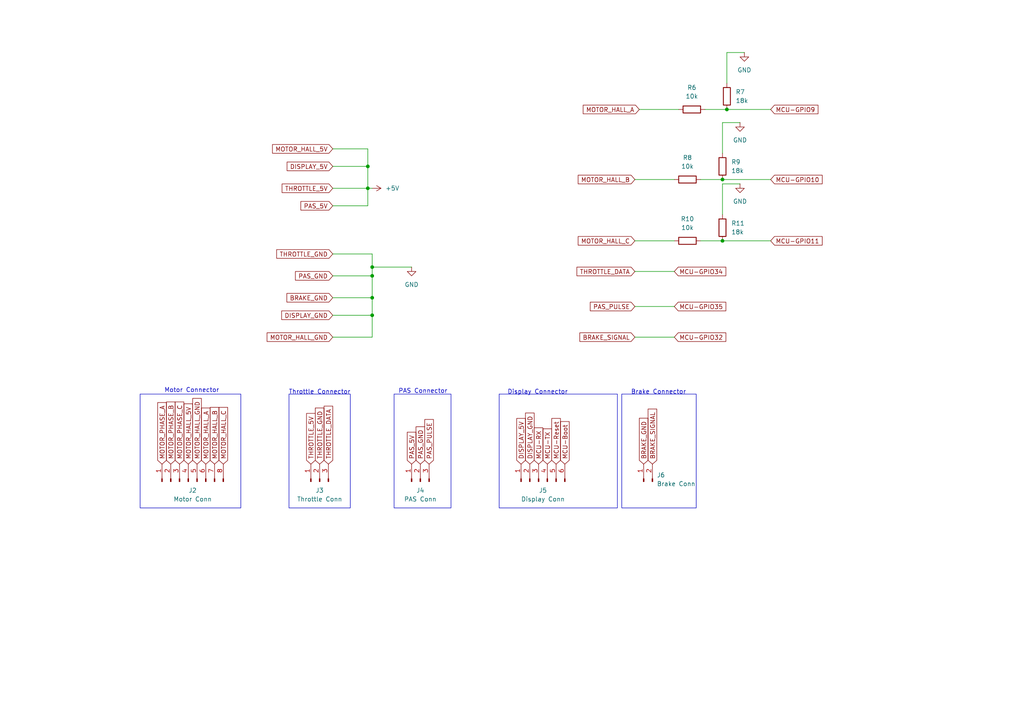
<source format=kicad_sch>
(kicad_sch (version 20250114) (generator "eeschema") (generator_version "9.0")
  (paper "A4")
  (title_block (title "BeanBike Controller Connectors") (date "2025-10-10") (rev "1") (company "Ginobeano"))
  (lib_symbols
    (symbol "Connector:Conn_01x02_Pin" (pin_names (offset 1.016) (hide yes))
      (property "Reference" "J" (at 0 2.54 0))
      (property "Value" "Conn_01x02_Pin" (at 0 -5.08 0))
      (symbol "Conn_01x02_Pin_1_1"
        (rectangle (start 0.8636 0.127) (end 0 -0.127) (stroke (width 0.1524)) (fill (type outline)))
        (rectangle (start 0.8636 -2.413) (end 0 -2.667) (stroke (width 0.1524)) (fill (type outline)))
        (polyline (pts (xy 1.27 0) (xy 0.8636 0)) (stroke (width 0.1524)))
        (polyline (pts (xy 1.27 -2.54) (xy 0.8636 -2.54)) (stroke (width 0.1524)))
        (pin passive line (at 5.08 0 180) (length 3.81) (name "Pin_1") (number "1"))
        (pin passive line (at 5.08 -2.54 180) (length 3.81) (name "Pin_2") (number "2"))
      )
    )
    (symbol "Connector:Conn_01x03_Pin" (pin_names (offset 1.016) (hide yes))
      (property "Reference" "J" (at 0 5.08 0))
      (property "Value" "Conn_01x03_Pin" (at 0 -5.08 0))
      (symbol "Conn_01x03_Pin_1_1"
        (rectangle (start 0.8636 2.667) (end 0 2.413) (stroke (width 0.1524)) (fill (type outline)))
        (rectangle (start 0.8636 0.127) (end 0 -0.127) (stroke (width 0.1524)) (fill (type outline)))
        (rectangle (start 0.8636 -2.413) (end 0 -2.667) (stroke (width 0.1524)) (fill (type outline)))
        (polyline (pts (xy 1.27 2.54) (xy 0.8636 2.54)) (stroke (width 0.1524)))
        (polyline (pts (xy 1.27 0) (xy 0.8636 0)) (stroke (width 0.1524)))
        (polyline (pts (xy 1.27 -2.54) (xy 0.8636 -2.54)) (stroke (width 0.1524)))
        (pin passive line (at 5.08 2.54 180) (length 3.81) (name "Pin_1") (number "1"))
        (pin passive line (at 5.08 0 180) (length 3.81) (name "Pin_2") (number "2"))
        (pin passive line (at 5.08 -2.54 180) (length 3.81) (name "Pin_3") (number "3"))
      )
    )
    (symbol "Connector:Conn_01x06_Pin" (pin_names (offset 1.016) (hide yes))
      (property "Reference" "J" (at 0 7.62 0))
      (property "Value" "Conn_01x06_Pin" (at 0 -10.16 0))
      (symbol "Conn_01x06_Pin_1_1"
        (rectangle (start 0.8636 5.207) (end 0 4.953) (stroke (width 0.1524)) (fill (type outline)))
        (rectangle (start 0.8636 2.667) (end 0 2.413) (stroke (width 0.1524)) (fill (type outline)))
        (rectangle (start 0.8636 0.127) (end 0 -0.127) (stroke (width 0.1524)) (fill (type outline)))
        (rectangle (start 0.8636 -2.413) (end 0 -2.667) (stroke (width 0.1524)) (fill (type outline)))
        (rectangle (start 0.8636 -4.953) (end 0 -5.207) (stroke (width 0.1524)) (fill (type outline)))
        (rectangle (start 0.8636 -7.493) (end 0 -7.747) (stroke (width 0.1524)) (fill (type outline)))
        (polyline (pts (xy 1.27 5.08) (xy 0.8636 5.08)) (stroke (width 0.1524)))
        (polyline (pts (xy 1.27 2.54) (xy 0.8636 2.54)) (stroke (width 0.1524)))
        (polyline (pts (xy 1.27 0) (xy 0.8636 0)) (stroke (width 0.1524)))
        (polyline (pts (xy 1.27 -2.54) (xy 0.8636 -2.54)) (stroke (width 0.1524)))
        (polyline (pts (xy 1.27 -5.08) (xy 0.8636 -5.08)) (stroke (width 0.1524)))
        (polyline (pts (xy 1.27 -7.62) (xy 0.8636 -7.62)) (stroke (width 0.1524)))
        (pin passive line (at 5.08 5.08 180) (length 3.81) (name "Pin_1") (number "1"))
        (pin passive line (at 5.08 2.54 180) (length 3.81) (name "Pin_2") (number "2"))
        (pin passive line (at 5.08 0 180) (length 3.81) (name "Pin_3") (number "3"))
        (pin passive line (at 5.08 -2.54 180) (length 3.81) (name "Pin_4") (number "4"))
        (pin passive line (at 5.08 -5.08 180) (length 3.81) (name "Pin_5") (number "5"))
        (pin passive line (at 5.08 -7.62 180) (length 3.81) (name "Pin_6") (number "6"))
      )
    )
    (symbol "Connector:Conn_01x08_Pin" (pin_names (offset 1.016) (hide yes))
      (property "Reference" "J" (at 0 10.16 0))
      (property "Value" "Conn_01x08_Pin" (at 0 -12.7 0))
      (symbol "Conn_01x08_Pin_1_1"
        (rectangle (start 0.8636 7.747) (end 0 7.493) (stroke (width 0.1524)) (fill (type outline)))
        (rectangle (start 0.8636 5.207) (end 0 4.953) (stroke (width 0.1524)) (fill (type outline)))
        (rectangle (start 0.8636 2.667) (end 0 2.413) (stroke (width 0.1524)) (fill (type outline)))
        (rectangle (start 0.8636 0.127) (end 0 -0.127) (stroke (width 0.1524)) (fill (type outline)))
        (rectangle (start 0.8636 -2.413) (end 0 -2.667) (stroke (width 0.1524)) (fill (type outline)))
        (rectangle (start 0.8636 -4.953) (end 0 -5.207) (stroke (width 0.1524)) (fill (type outline)))
        (rectangle (start 0.8636 -7.493) (end 0 -7.747) (stroke (width 0.1524)) (fill (type outline)))
        (rectangle (start 0.8636 -10.033) (end 0 -10.287) (stroke (width 0.1524)) (fill (type outline)))
        (polyline (pts (xy 1.27 7.62) (xy 0.8636 7.62)) (stroke (width 0.1524)))
        (polyline (pts (xy 1.27 5.08) (xy 0.8636 5.08)) (stroke (width 0.1524)))
        (polyline (pts (xy 1.27 2.54) (xy 0.8636 2.54)) (stroke (width 0.1524)))
        (polyline (pts (xy 1.27 0) (xy 0.8636 0)) (stroke (width 0.1524)))
        (polyline (pts (xy 1.27 -2.54) (xy 0.8636 -2.54)) (stroke (width 0.1524)))
        (polyline (pts (xy 1.27 -5.08) (xy 0.8636 -5.08)) (stroke (width 0.1524)))
        (polyline (pts (xy 1.27 -7.62) (xy 0.8636 -7.62)) (stroke (width 0.1524)))
        (polyline (pts (xy 1.27 -10.16) (xy 0.8636 -10.16)) (stroke (width 0.1524)))
        (pin passive line (at 5.08 7.62 180) (length 3.81) (name "Pin_1") (number "1"))
        (pin passive line (at 5.08 5.08 180) (length 3.81) (name "Pin_2") (number "2"))
        (pin passive line (at 5.08 2.54 180) (length 3.81) (name "Pin_3") (number "3"))
        (pin passive line (at 5.08 0 180) (length 3.81) (name "Pin_4") (number "4"))
        (pin passive line (at 5.08 -2.54 180) (length 3.81) (name "Pin_5") (number "5"))
        (pin passive line (at 5.08 -5.08 180) (length 3.81) (name "Pin_6") (number "6"))
        (pin passive line (at 5.08 -7.62 180) (length 3.81) (name "Pin_7") (number "7"))
        (pin passive line (at 5.08 -10.16 180) (length 3.81) (name "Pin_8") (number "8"))
      )
    )
    (symbol "Device:R" (pin_numbers (hide yes)) (pin_names (offset 0))
      (property "Reference" "R" (at 2.032 0 90))
      (property "Value" "R" (at 0 0 90))
      (symbol "R_0_1"
        (rectangle (start -1.016 -2.54) (end 1.016 2.54) (stroke (width 0.254)))
      )
      (symbol "R_1_1"
        (pin passive line (at 0 3.81 270) (length 1.27) (name "~") (number "1"))
        (pin passive line (at 0 -3.81 90) (length 1.27) (name "~") (number "2"))
      )
    )
    (symbol "power:+5V" (power) (pin_numbers (hide yes)) (pin_names (offset 0) (hide yes))
      (property "Value" "+5V" (at 0 3.556 0))
      (symbol "+5V_0_1"
        (polyline (pts (xy -0.762 1.27) (xy 0 2.54)))
        (polyline (pts (xy 0 2.54) (xy 0.762 1.27)))
        (polyline (pts (xy 0 0) (xy 0 2.54)))
      )
      (symbol "+5V_1_1"
        (pin power_in line (at 0 0 90) (length 0) (name "~") (number "1"))
      )
    )
    (symbol "power:GND" (power) (pin_numbers (hide yes)) (pin_names (offset 0) (hide yes))
      (property "Value" "GND" (at 0 -3.81 0))
      (symbol "GND_0_1"
        (polyline (pts (xy 0 0) (xy 0 -1.27) (xy 1.27 -1.27) (xy 0 -2.54) (xy -1.27 -1.27) (xy 0 -1.27)))
      )
      (symbol "GND_1_1"
        (pin power_in line (at 0 0 270) (length 0) (name "~") (number "1"))
      )
    )
  )
  (rectangle (start 40.64 114.3) (end 69.85 147.32))
  (rectangle (start 114.3 114.3) (end 130.81 147.32))
  (rectangle (start 83.82 114.3) (end 101.6 147.32))
  (rectangle (start 180.34 114.3) (end 201.93 147.32))
  (rectangle (start 144.78 114.3) (end 179.07 147.32))
  (text "Display Connector\n" (at 155.956 113.792 0) (effects (font (size 1.27 1.27))))
  (text "Throttle Connector\n" (at 92.71 113.792 0) (effects (font (size 1.27 1.27))))
  (text "PAS Connector\n" (at 122.682 113.538 0) (effects (font (size 1.27 1.27))))
  (text "Brake Connector\n" (at 191.008 113.792 0) (effects (font (size 1.27 1.27))))
  (text "Motor Connector\n" (at 55.626 113.284 0) (effects (font (size 1.27 1.27))))
  (junction (at 210.82 31.75))
  (junction (at 107.95 86.36))
  (junction (at 106.68 54.61))
  (junction (at 209.55 69.85))
  (junction (at 107.95 80.01))
  (junction (at 106.68 48.26))
  (junction (at 107.95 77.47))
  (junction (at 209.55 52.07))
  (junction (at 107.95 91.44))
  (wire (pts (xy 184.15 97.79) (xy 195.58 97.79)))
  (wire (pts (xy 203.2 52.07) (xy 209.55 52.07)))
  (wire (pts (xy 107.95 77.47) (xy 107.95 73.66)))
  (wire (pts (xy 107.95 97.79) (xy 107.95 91.44)))
  (wire (pts (xy 209.55 62.23) (xy 209.55 53.34)))
  (wire (pts (xy 96.52 48.26) (xy 106.68 48.26)))
  (wire (pts (xy 209.55 35.56) (xy 214.63 35.56)))
  (wire (pts (xy 96.52 97.79) (xy 107.95 97.79)))
  (wire (pts (xy 203.2 69.85) (xy 209.55 69.85)))
  (wire (pts (xy 184.15 69.85) (xy 195.58 69.85)))
  (wire (pts (xy 106.68 43.18) (xy 106.68 48.26)))
  (wire (pts (xy 96.52 43.18) (xy 106.68 43.18)))
  (wire (pts (xy 107.95 86.36) (xy 107.95 80.01)))
  (wire (pts (xy 96.52 59.69) (xy 106.68 59.69)))
  (wire (pts (xy 107.95 73.66) (xy 96.52 73.66)))
  (wire (pts (xy 96.52 80.01) (xy 107.95 80.01)))
  (wire (pts (xy 107.95 80.01) (xy 107.95 77.47)))
  (wire (pts (xy 204.47 31.75) (xy 210.82 31.75)))
  (wire (pts (xy 96.52 54.61) (xy 106.68 54.61)))
  (wire (pts (xy 184.15 88.9) (xy 195.58 88.9)))
  (wire (pts (xy 185.42 31.75) (xy 196.85 31.75)))
  (wire (pts (xy 106.68 48.26) (xy 106.68 54.61)))
  (wire (pts (xy 184.15 78.74) (xy 195.58 78.74)))
  (wire (pts (xy 209.55 69.85) (xy 223.52 69.85)))
  (wire (pts (xy 210.82 24.13) (xy 210.82 15.24)))
  (wire (pts (xy 209.55 52.07) (xy 223.52 52.07)))
  (wire (pts (xy 96.52 91.44) (xy 107.95 91.44)))
  (wire (pts (xy 210.82 31.75) (xy 223.52 31.75)))
  (wire (pts (xy 209.55 44.45) (xy 209.55 35.56)))
  (wire (pts (xy 96.52 86.36) (xy 107.95 86.36)))
  (wire (pts (xy 106.68 54.61) (xy 107.95 54.61)))
  (wire (pts (xy 210.82 15.24) (xy 215.9 15.24)))
  (wire (pts (xy 107.95 91.44) (xy 107.95 86.36)))
  (wire (pts (xy 209.55 53.34) (xy 214.63 53.34)))
  (wire (pts (xy 106.68 59.69) (xy 106.68 54.61)))
  (wire (pts (xy 107.95 77.47) (xy 119.38 77.47)))
  (wire (pts (xy 184.15 52.07) (xy 195.58 52.07)))
  (global_label "THROTTLE_GND" (shape input) (at 96.52 73.66 180) (property "Intersheetrefs" "${INTERSHEET_REFS}" (effects (hide yes))))
  (global_label "DISPLAY_GND" (shape input) (at 96.52 91.44 180) (property "Intersheetrefs" "${INTERSHEET_REFS}" (effects (hide yes))))
  (global_label "MCU-GPIO10" (shape input) (at 223.52 52.07 0) (property "Intersheetrefs" "${INTERSHEET_REFS}" (effects (hide yes))))
  (global_label "BRAKE_GND" (shape input) (at 96.52 86.36 180) (property "Intersheetrefs" "${INTERSHEET_REFS}" (effects (hide yes))))
  (global_label "PAS_GND" (shape input) (at 121.92 134.62 90) (property "Intersheetrefs" "${INTERSHEET_REFS}" (effects (hide yes))))
  (global_label "MOTOR_HALL_A" (shape input) (at 185.42 31.75 180) (property "Intersheetrefs" "${INTERSHEET_REFS}" (effects (hide yes))))
  (global_label "PAS_PULSE" (shape input) (at 184.15 88.9 180) (property "Intersheetrefs" "${INTERSHEET_REFS}" (effects (hide yes))))
  (global_label "MCU-GPIO9" (shape input) (at 223.52 31.75 0) (property "Intersheetrefs" "${INTERSHEET_REFS}" (effects (hide yes))))
  (global_label "DISPLAY_GND" (shape input) (at 153.67 134.62 90) (property "Intersheetrefs" "${INTERSHEET_REFS}" (effects (hide yes))))
  (global_label "MCU-Boot" (shape input) (at 163.83 134.62 90) (property "Intersheetrefs" "${INTERSHEET_REFS}" (effects (hide yes))))
  (global_label "MCU-GPIO34" (shape input) (at 195.58 78.74 0) (property "Intersheetrefs" "${INTERSHEET_REFS}" (effects (hide yes))))
  (global_label "MOTOR_HALL_B" (shape input) (at 184.15 52.07 180) (property "Intersheetrefs" "${INTERSHEET_REFS}" (effects (hide yes))))
  (global_label "THROTTLE_DATA" (shape input) (at 184.15 78.74 180) (property "Intersheetrefs" "${INTERSHEET_REFS}" (effects (hide yes))))
  (global_label "MCU-RX" (shape input) (at 156.21 134.62 90) (property "Intersheetrefs" "${INTERSHEET_REFS}" (effects (hide yes))))
  (global_label "PAS_5V" (shape input) (at 96.52 59.69 180) (property "Intersheetrefs" "${INTERSHEET_REFS}" (effects (hide yes))))
  (global_label "MCU-TX" (shape input) (at 158.75 134.62 90) (property "Intersheetrefs" "${INTERSHEET_REFS}" (effects (hide yes))))
  (global_label "THROTTLE_5V" (shape input) (at 96.52 54.61 180) (property "Intersheetrefs" "${INTERSHEET_REFS}" (effects (hide yes))))
  (global_label "MOTOR_HALL_GND" (shape input) (at 57.15 134.62 90) (property "Intersheetrefs" "${INTERSHEET_REFS}" (effects (hide yes))))
  (global_label "MCU-GPIO32" (shape input) (at 195.58 97.79 0) (property "Intersheetrefs" "${INTERSHEET_REFS}" (effects (hide yes))))
  (global_label "MOTOR_PHASE_B" (shape input) (at 49.53 134.62 90) (property "Intersheetrefs" "${INTERSHEET_REFS}" (effects (hide yes))))
  (global_label "MOTOR_PHASE_C" (shape input) (at 52.07 134.62 90) (property "Intersheetrefs" "${INTERSHEET_REFS}" (effects (hide yes))))
  (global_label "PAS_5V" (shape input) (at 119.38 134.62 90) (property "Intersheetrefs" "${INTERSHEET_REFS}" (effects (hide yes))))
  (global_label "MCU-GPIO11" (shape input) (at 223.52 69.85 0) (property "Intersheetrefs" "${INTERSHEET_REFS}" (effects (hide yes))))
  (global_label "THROTTLE_DATA" (shape input) (at 95.25 134.62 90) (property "Intersheetrefs" "${INTERSHEET_REFS}" (effects (hide yes))))
  (global_label "MOTOR_HALL_C" (shape input) (at 184.15 69.85 180) (property "Intersheetrefs" "${INTERSHEET_REFS}" (effects (hide yes))))
  (global_label "MCU-GPIO35" (shape input) (at 195.58 88.9 0) (property "Intersheetrefs" "${INTERSHEET_REFS}" (effects (hide yes))))
  (global_label "MOTOR_HALL_5V" (shape input) (at 54.61 134.62 90) (property "Intersheetrefs" "${INTERSHEET_REFS}" (effects (hide yes))))
  (global_label "MOTOR_HALL_C" (shape input) (at 64.77 134.62 90) (property "Intersheetrefs" "${INTERSHEET_REFS}" (effects (hide yes))))
  (global_label "MOTOR_HALL_5V" (shape input) (at 96.52 43.18 180) (property "Intersheetrefs" "${INTERSHEET_REFS}" (effects (hide yes))))
  (global_label "THROTTLE_GND" (shape input) (at 92.71 134.62 90) (property "Intersheetrefs" "${INTERSHEET_REFS}" (effects (hide yes))))
  (global_label "MOTOR_HALL_B" (shape input) (at 62.23 134.62 90) (property "Intersheetrefs" "${INTERSHEET_REFS}" (effects (hide yes))))
  (global_label "MOTOR_HALL_A" (shape input) (at 59.69 134.62 90) (property "Intersheetrefs" "${INTERSHEET_REFS}" (effects (hide yes))))
  (global_label "BRAKE_SIGNAL" (shape input) (at 189.23 134.62 90) (property "Intersheetrefs" "${INTERSHEET_REFS}" (effects (hide yes))))
  (global_label "BRAKE_SIGNAL" (shape input) (at 184.15 97.79 180) (property "Intersheetrefs" "${INTERSHEET_REFS}" (effects (hide yes))))
  (global_label "MCU-Reset" (shape input) (at 161.29 134.62 90) (property "Intersheetrefs" "${INTERSHEET_REFS}" (effects (hide yes))))
  (global_label "THROTTLE_5V" (shape input) (at 90.17 134.62 90) (property "Intersheetrefs" "${INTERSHEET_REFS}" (effects (hide yes))))
  (global_label "MOTOR_HALL_GND" (shape input) (at 96.52 97.79 180) (property "Intersheetrefs" "${INTERSHEET_REFS}" (effects (hide yes))))
  (global_label "PAS_PULSE" (shape input) (at 124.46 134.62 90) (property "Intersheetrefs" "${INTERSHEET_REFS}" (effects (hide yes))))
  (global_label "DISPLAY_5V" (shape input) (at 96.52 48.26 180) (property "Intersheetrefs" "${INTERSHEET_REFS}" (effects (hide yes))))
  (global_label "BRAKE_GND" (shape input) (at 186.69 134.62 90) (property "Intersheetrefs" "${INTERSHEET_REFS}" (effects (hide yes))))
  (global_label "DISPLAY_5V" (shape input) (at 151.13 134.62 90) (property "Intersheetrefs" "${INTERSHEET_REFS}" (effects (hide yes))))
  (global_label "MOTOR_PHASE_A" (shape input) (at 46.99 134.62 90) (property "Intersheetrefs" "${INTERSHEET_REFS}" (effects (hide yes))))
  (global_label "PAS_GND" (shape input) (at 96.52 80.01 180) (property "Intersheetrefs" "${INTERSHEET_REFS}" (effects (hide yes))))
  (symbol (lib_id "power:GND") (at 214.63 53.34 0) (unit 1)
    (property "Reference" "#PWR016" (effects (hide yes)))
    (property "Value" "GND" (at 214.63 58.42 0))
    (property "Description" "Power symbol creates a global label with name \"GND\" , ground" (effects (hide yes)))
  )
  (symbol (lib_id "power:GND") (at 119.38 77.47 0) (unit 1)
    (property "Reference" "#PWR09" (effects (hide yes)))
    (property "Value" "GND" (at 119.38 82.55 0))
    (property "Description" "Power symbol creates a global label with name \"GND\" , ground" (effects (hide yes)))
  )
  (symbol (lib_id "Device:R") (at 210.82 27.94 180) (unit 1)
    (property "Reference" "R7" (at 213.36 26.6699 0) (effects (justify right)))
    (property "Value" "18k" (at 213.36 29.2099 0) (effects (justify right)))
    (property "Footprint" "Resistor_SMD:R_0603_1608Metric" (effects (hide yes)))
    (property "Description" "Resistor" (effects (hide yes)))
    (property "LCSC" "C137655" (effects (hide yes)))
  )
  (symbol (lib_id "Device:R") (at 209.55 48.26 180) (unit 1)
    (property "Reference" "R9" (at 212.09 46.9899 0) (effects (justify right)))
    (property "Value" "18k" (at 212.09 49.5299 0) (effects (justify right)))
    (property "Footprint" "Resistor_SMD:R_0603_1608Metric" (effects (hide yes)))
    (property "Description" "Resistor" (effects (hide yes)))
    (property "LCSC" "C137655" (effects (hide yes)))
  )
  (symbol (lib_id "Device:R") (at 199.39 52.07 90) (unit 1)
    (property "Reference" "R8" (at 199.39 45.72 90))
    (property "Value" "10k" (at 199.39 48.26 90))
    (property "Footprint" "Resistor_SMD:R_0603_1608Metric" (effects (hide yes)))
    (property "Description" "Resistor" (effects (hide yes)))
    (property "LCSC" "C98220" (effects (hide yes)))
  )
  (symbol (lib_id "Device:R") (at 200.66 31.75 90) (unit 1)
    (property "Reference" "R6" (at 200.66 25.4 90))
    (property "Value" "10k" (at 200.66 27.94 90))
    (property "Footprint" "Resistor_SMD:R_0603_1608Metric" (effects (hide yes)))
    (property "Description" "Resistor" (effects (hide yes)))
    (property "LCSC" "C98220" (effects (hide yes)))
  )
  (symbol (lib_id "Connector:Conn_01x08_Pin") (at 54.61 139.7 90) (unit 1)
    (property "Reference" "J2" (at 55.88 142.24 90))
    (property "Value" "Motor Conn" (at 55.88 144.78 90))
    (property "Footprint" "Connector_PinHeader_2.54mm:PinHeader_1x08_P2.54mm_Vertical" (effects (hide yes)))
    (property "Description" "Generic connector, single row, 01x08, script generated" (effects (hide yes)))
  )
  (symbol (lib_id "Connector:Conn_01x03_Pin") (at 121.92 139.7 90) (unit 1)
    (property "Reference" "J4" (at 121.92 142.24 90))
    (property "Value" "PAS Conn" (at 121.92 144.78 90))
    (property "Footprint" "Connector_PinHeader_2.54mm:PinHeader_1x03_P2.54mm_Vertical" (effects (hide yes)))
    (property "Description" "Generic connector, single row, 01x03, script generated" (effects (hide yes)))
  )
  (symbol (lib_id "Connector:Conn_01x03_Pin") (at 92.71 139.7 90) (unit 1)
    (property "Reference" "J3" (at 92.71 142.24 90))
    (property "Value" "Throttle Conn" (at 92.71 144.78 90))
    (property "Footprint" "Connector_PinHeader_2.54mm:PinHeader_1x03_P2.54mm_Vertical" (effects (hide yes)))
    (property "Description" "Generic connector, single row, 01x03, script generated" (effects (hide yes)))
  )
  (symbol (lib_id "power:GND") (at 215.9 15.24 0) (unit 1)
    (property "Reference" "#PWR014" (effects (hide yes)))
    (property "Value" "GND" (at 215.9 20.32 0))
    (property "Description" "Power symbol creates a global label with name \"GND\" , ground" (effects (hide yes)))
  )
  (symbol (lib_id "power:+5V") (at 107.95 54.61 270) (unit 1)
    (property "Reference" "#PWR08" (effects (hide yes)))
    (property "Value" "+5V" (at 111.76 54.6099 90) (effects (justify left)))
    (property "Description" "Power symbol creates a global label with name \"+5V\"" (effects (hide yes)))
  )
  (symbol (lib_id "power:GND") (at 214.63 35.56 0) (unit 1)
    (property "Reference" "#PWR015" (effects (hide yes)))
    (property "Value" "GND" (at 214.63 40.64 0))
    (property "Description" "Power symbol creates a global label with name \"GND\" , ground" (effects (hide yes)))
  )
  (symbol (lib_id "Connector:Conn_01x02_Pin") (at 186.69 139.7 90) (unit 1)
    (property "Reference" "J6" (at 190.5 137.7949 90) (effects (justify right)))
    (property "Value" "Brake Conn" (at 190.5 140.3349 90) (effects (justify right)))
    (property "Footprint" "Connector_PinHeader_2.54mm:PinHeader_1x02_P2.54mm_Vertical" (effects (hide yes)))
    (property "Description" "Generic connector, single row, 01x02, script generated" (effects (hide yes)))
  )
  (symbol (lib_id "Device:R") (at 199.39 69.85 90) (unit 1)
    (property "Reference" "R10" (at 199.39 63.5 90))
    (property "Value" "10k" (at 199.39 66.04 90))
    (property "Footprint" "Resistor_SMD:R_0603_1608Metric" (effects (hide yes)))
    (property "Description" "Resistor" (effects (hide yes)))
    (property "LCSC" "C98220" (effects (hide yes)))
  )
  (symbol (lib_id "Device:R") (at 209.55 66.04 180) (unit 1)
    (property "Reference" "R11" (at 212.09 64.7699 0) (effects (justify right)))
    (property "Value" "18k" (at 212.09 67.3099 0) (effects (justify right)))
    (property "Footprint" "Resistor_SMD:R_0603_1608Metric" (effects (hide yes)))
    (property "Description" "Resistor" (effects (hide yes)))
    (property "LCSC" "C137655" (effects (hide yes)))
  )
  (symbol (lib_id "Connector:Conn_01x06_Pin") (at 156.21 139.7 90) (unit 1)
    (property "Reference" "J5" (at 157.48 142.24 90))
    (property "Value" "Display Conn" (at 157.48 144.78 90))
    (property "Footprint" "Connector_PinHeader_2.54mm:PinHeader_1x06_P2.54mm_Vertical" (effects (hide yes)))
    (property "Description" "Generic connector, single row, 01x06, script generated" (effects (hide yes)))
  )
)
</source>
